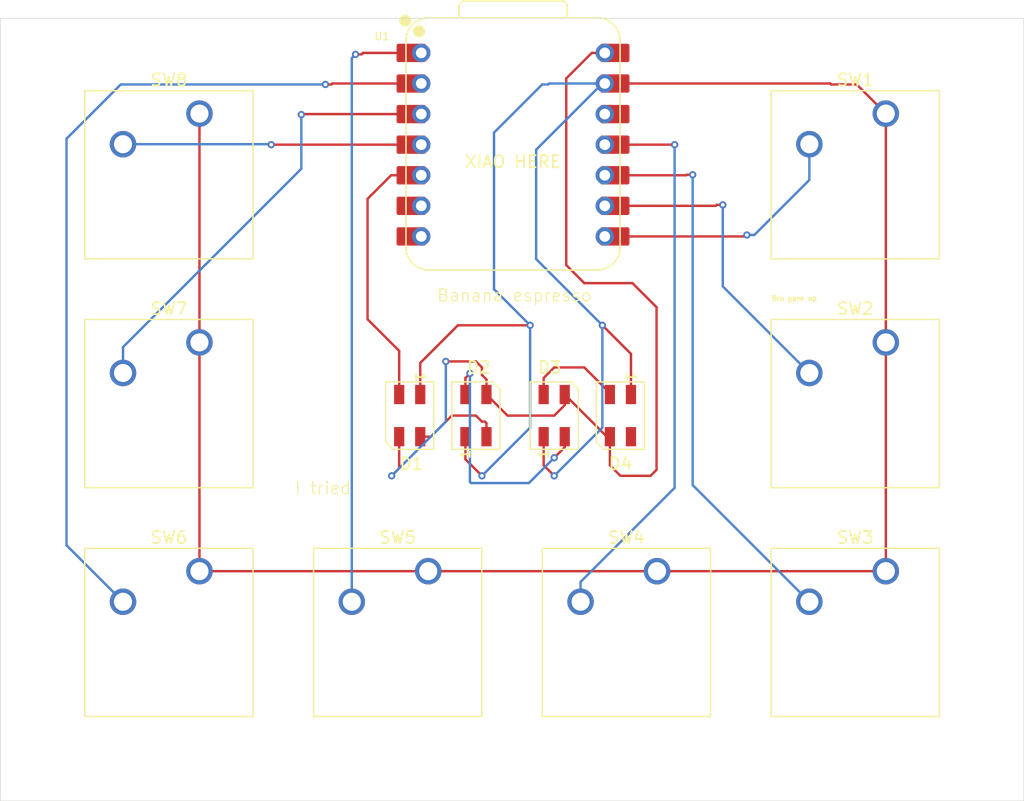
<source format=kicad_pcb>
(kicad_pcb (version 20241229) (generator "pcbnew") (generator_version "9.0")
  (layers (0 "F.Cu" signal) (2 "B.Cu" signal) (13 "F.Paste" user) (15 "B.Paste" user) (5 "F.SilkS" user "F.Silkscreen") (7 "B.SilkS" user "B.Silkscreen") (1 "F.Mask" user) (3 "B.Mask" user) (25 "Edge.Cuts" user))
  (net 0 "")
  (net 1 "Net-(D1-DIN)")
  (net 2 "Net-(D1-DOUT)")
  (net 3 "Net-(D2-DOUT)")
  (net 4 "Net-(D3-DOUT)")
  (net 6 "Net-(U1-GPIO1{slash}RX)")
  (net 7 "GND")
  (net 8 "Net-(U1-GPIO2{slash}SCK)")
  (net 9 "Net-(U1-GPIO4{slash}MISO)")
  (net 10 "Net-(U1-GPIO3{slash}MOSI)")
  (net 11 "Net-(U1-GPIO26{slash}ADC0{slash}A0)")
  (net 12 "Net-(U1-GPIO27{slash}ADC1{slash}A1)")
  (net 13 "Net-(U1-GPIO28{slash}ADC2{slash}A2)")
  (net 14 "Net-(U1-GPIO29{slash}ADC3{slash}A3)")
  (net 17 "+5V")
  (footprint "Button_Switch_Keyboard:SW_Cherry_MX_1.00u_PCB" (layer "F.Cu") (at 116.54 72.92)
    (property "Reference" "SW8" (at -2.54 -2.794 0) (layer "F.SilkS"))
    (property "Value" "SW_Push")
    (fp_line (start -9.525 -1.905) (end 4.445 -1.905) (stroke (width 0.12)) (layer "F.SilkS"))
    (fp_line (start -9.525 12.065) (end -9.525 -1.905) (stroke (width 0.12)) (layer "F.SilkS"))
    (fp_line (start 4.445 -1.905) (end 4.445 12.065) (stroke (width 0.12)) (layer "F.SilkS"))
    (fp_line (start 4.445 12.065) (end -9.525 12.065) (stroke (width 0.12)) (layer "F.SilkS"))
    (pad "" np_thru_hole circle (at -7.62 5.08) (size 1.7 1.7) (drill 1.7) (layers "*.Cu" "*.Mask"))
    (pad "" np_thru_hole circle (at -2.54 5.08) (size 4 4) (drill 4) (layers "*.Cu" "*.Mask"))
    (pad "" np_thru_hole circle (at 2.54 5.08) (size 1.7 1.7) (drill 1.7) (layers "*.Cu" "*.Mask"))
    (pad "1" thru_hole circle (at 0 0) (size 2.2 2.2) (drill 1.5) (layers "*.Cu" "*.Mask") (net 7 "GND"))
    (pad "2" thru_hole circle (at -6.35 2.54) (size 2.2 2.2) (drill 1.5) (layers "*.Cu" "*.Mask") (net 14 "Net-(U1-GPIO29{slash}ADC3{slash}A3)"))
  )
  (footprint "Button_Switch_Keyboard:SW_Cherry_MX_1.00u_PCB" (layer "F.Cu") (at 135.54 110.92)
    (property "Reference" "SW5" (at -2.54 -2.794 0) (layer "F.SilkS"))
    (property "Value" "SW_Push")
    (fp_line (start -9.525 -1.905) (end 4.445 -1.905) (stroke (width 0.12)) (layer "F.SilkS"))
    (fp_line (start -9.525 12.065) (end -9.525 -1.905) (stroke (width 0.12)) (layer "F.SilkS"))
    (fp_line (start 4.445 -1.905) (end 4.445 12.065) (stroke (width 0.12)) (layer "F.SilkS"))
    (fp_line (start 4.445 12.065) (end -9.525 12.065) (stroke (width 0.12)) (layer "F.SilkS"))
    (pad "" np_thru_hole circle (at -7.62 5.08) (size 1.7 1.7) (drill 1.7) (layers "*.Cu" "*.Mask"))
    (pad "" np_thru_hole circle (at -2.54 5.08) (size 4 4) (drill 4) (layers "*.Cu" "*.Mask"))
    (pad "" np_thru_hole circle (at 2.54 5.08) (size 1.7 1.7) (drill 1.7) (layers "*.Cu" "*.Mask"))
    (pad "1" thru_hole circle (at 0 0) (size 2.2 2.2) (drill 1.5) (layers "*.Cu" "*.Mask") (net 7 "GND"))
    (pad "2" thru_hole circle (at -6.35 2.54) (size 2.2 2.2) (drill 1.5) (layers "*.Cu" "*.Mask") (net 11 "Net-(U1-GPIO26{slash}ADC0{slash}A0)"))
  )
  (footprint "Button_Switch_Keyboard:SW_Cherry_MX_1.00u_PCB" (layer "F.Cu") (at 173.54 72.92)
    (property "Reference" "SW1" (at -2.54 -2.794 0) (layer "F.SilkS"))
    (property "Value" "SW_Push")
    (fp_line (start -9.525 -1.905) (end 4.445 -1.905) (stroke (width 0.12)) (layer "F.SilkS"))
    (fp_line (start -9.525 12.065) (end -9.525 -1.905) (stroke (width 0.12)) (layer "F.SilkS"))
    (fp_line (start 4.445 -1.905) (end 4.445 12.065) (stroke (width 0.12)) (layer "F.SilkS"))
    (fp_line (start 4.445 12.065) (end -9.525 12.065) (stroke (width 0.12)) (layer "F.SilkS"))
    (pad "" np_thru_hole circle (at -7.62 5.08) (size 1.7 1.7) (drill 1.7) (layers "*.Cu" "*.Mask"))
    (pad "" np_thru_hole circle (at -2.54 5.08) (size 4 4) (drill 4) (layers "*.Cu" "*.Mask"))
    (pad "" np_thru_hole circle (at 2.54 5.08) (size 1.7 1.7) (drill 1.7) (layers "*.Cu" "*.Mask"))
    (pad "1" thru_hole circle (at 0 0) (size 2.2 2.2) (drill 1.5) (layers "*.Cu" "*.Mask") (net 7 "GND"))
    (pad "2" thru_hole circle (at -6.35 2.54) (size 2.2 2.2) (drill 1.5) (layers "*.Cu" "*.Mask") (net 6 "Net-(U1-GPIO1{slash}RX)"))
  )
  (footprint "LED_SMD:LED_SK6812MINI_PLCC4_3.5x3.5mm_P1.75mm" (layer "F.Cu") (at 139.5 98 90)
    (property "Reference" "D2" (at 4 0.24 0) (layer "F.SilkS"))
    (property "Value" "SK6812" (hide yes))
    (fp_line (start -2.8 -2) (end 2.8 -2) (stroke (width 0.12)) (layer "F.SilkS"))
    (fp_line (start -2.8 -2) (end -2.8 2) (stroke (width 0.12)) (layer "F.SilkS"))
    (fp_line (start 2.8 1.4) (end 2.8 -2) (stroke (width 0.12)) (layer "F.SilkS"))
    (fp_line (start 2.8 1.4) (end 2.2 2) (stroke (width 0.12)) (layer "F.SilkS"))
    (fp_line (start -2.8 2) (end 2.2 2) (stroke (width 0.12)) (layer "F.SilkS"))
    (fp_text user "1" (at -3.2 -0.875 90) (layer "F.SilkS") (effects (font (size 0.8 0.8))))
    (pad "1" smd rect (at -1.75 -0.875 90) (size 1.6 0.85) (layers "F.Cu" "F.Mask" "F.Paste") (net 7 "GND"))
    (pad "2" smd rect (at -1.75 0.875 90) (size 1.6 0.85) (layers "F.Cu" "F.Mask" "F.Paste") (net 2 "Net-(D1-DOUT)"))
    (pad "3" smd rect (at 1.75 0.875 90) (size 1.6 0.85) (layers "F.Cu" "F.Mask" "F.Paste") (net 17 "+5V"))
    (pad "4" smd rect (at 1.75 -0.875 90) (size 1.6 0.85) (layers "F.Cu" "F.Mask" "F.Paste") (net 3 "Net-(D2-DOUT)"))
  )
  (footprint "OPL:XIAO-RP2040-DIP" (layer "F.Cu") (at 142.58 75.5)
    (property "Reference" "U1" (at -10.88 -9 0) (layer "F.SilkS") (effects (font (size 0.635 0.635) (thickness 0.1016))))
    (property "Value" "XIAO-RP2040-DIP")
    (fp_line (start -8.89 8.509) (end -8.89 -8.636) (stroke (width 0.127)) (layer "F.SilkS"))
    (fp_line (start -6.985 10.414) (end 6.985 10.414) (stroke (width 0.127)) (layer "F.SilkS"))
    (fp_line (start -4.495 -10.541) (end -4.491272 -11.451272) (stroke (width 0.127)) (layer "F.SilkS"))
    (fp_line (start -3.991272 -11.951) (end 4.004 -11.951) (stroke (width 0.127)) (layer "F.SilkS"))
    (fp_line (start 4.504 -11.451) (end 4.504 -10.541) (stroke (width 0.127)) (layer "F.SilkS"))
    (fp_line (start 6.985 -10.541) (end -6.985 -10.541) (stroke (width 0.1)) (layer "F.SilkS"))
    (fp_line (start 6.985 -10.541) (end -6.985 -10.541) (stroke (width 0.127)) (layer "F.SilkS"))
    (fp_line (start 8.89 8.509) (end 8.89 -8.636) (stroke (width 0.127)) (layer "F.SilkS"))
    (fp_arc (start -8.89 -8.636) (mid -8.332038 -9.983038) (end -6.985 -10.541) (stroke (width 0.127)) (layer "F.SilkS"))
    (fp_arc (start -6.985 10.414) (mid -8.332038 9.856038) (end -8.89 8.509) (stroke (width 0.127)) (layer "F.SilkS"))
    (fp_arc (start -4.491272 -11.451272) (mid -4.344728 -11.80464) (end -3.991272 -11.951) (stroke (width 0.127)) (layer "F.SilkS"))
    (fp_arc (start 4.004 -11.951) (mid 4.357553 -11.804553) (end 4.504 -11.451) (stroke (width 0.127)) (layer "F.SilkS"))
    (fp_arc (start 6.985 -10.541) (mid 8.332038 -9.983038) (end 8.89 -8.636) (stroke (width 0.127)) (layer "F.SilkS"))
    (fp_arc (start 8.89 8.509) (mid 8.332038 9.856038) (end 6.985 10.414) (stroke (width 0.127)) (layer "F.SilkS"))
    (fp_circle (center -8.95 -10.3) (end -8.95 -10.554) (stroke (width 0.5)) (fill yes) (layer "F.SilkS"))
    (fp_circle (center -7.807 -9.42) (end -7.807 -9.674) (stroke (width 0.5)) (fill yes) (layer "F.SilkS"))
    (pad "1" smd roundrect (at -8.455 -7.62 180) (size 2.432 1.524) (layers "F.Cu" "F.Mask") (roundrect_rratio 0.1) (net 11 "Net-(U1-GPIO26{slash}ADC0{slash}A0)"))
    (pad "1" thru_hole circle (at -7.62 -7.62 180) (size 1.524 1.524) (drill 0.889) (layers "*.Cu" "*.Mask") (net 11 "Net-(U1-GPIO26{slash}ADC0{slash}A0)"))
    (pad "2" smd roundrect (at -8.455 -5.08 180) (size 2.432 1.524) (layers "F.Cu" "F.Mask") (roundrect_rratio 0.1) (net 12 "Net-(U1-GPIO27{slash}ADC1{slash}A1)"))
    (pad "2" thru_hole circle (at -7.62 -5.08 180) (size 1.524 1.524) (drill 0.889) (layers "*.Cu" "*.Mask") (net 12 "Net-(U1-GPIO27{slash}ADC1{slash}A1)"))
    (pad "3" smd roundrect (at -8.455 -2.54 180) (size 2.432 1.524) (layers "F.Cu" "F.Mask") (roundrect_rratio 0.1) (net 13 "Net-(U1-GPIO28{slash}ADC2{slash}A2)"))
    (pad "3" thru_hole circle (at -7.62 -2.54 180) (size 1.524 1.524) (drill 0.889) (layers "*.Cu" "*.Mask") (net 13 "Net-(U1-GPIO28{slash}ADC2{slash}A2)"))
    (pad "4" smd roundrect (at -8.455 0 180) (size 2.432 1.524) (layers "F.Cu" "F.Mask") (roundrect_rratio 0.1) (net 14 "Net-(U1-GPIO29{slash}ADC3{slash}A3)"))
    (pad "4" thru_hole circle (at -7.62 0 180) (size 1.524 1.524) (drill 0.889) (layers "*.Cu" "*.Mask") (net 14 "Net-(U1-GPIO29{slash}ADC3{slash}A3)"))
    (pad "5" smd roundrect (at -8.455 2.54 180) (size 2.432 1.524) (layers "F.Cu" "F.Mask") (roundrect_rratio 0.1) (net 1 "Net-(D1-DIN)"))
    (pad "5" thru_hole circle (at -7.62 2.54 180) (size 1.524 1.524) (drill 0.889) (layers "*.Cu" "*.Mask") (net 1 "Net-(D1-DIN)"))
    (pad "6" smd roundrect (at -8.455 5.08 180) (size 2.432 1.524) (layers "F.Cu" "F.Mask") (roundrect_rratio 0.1))
    (pad "6" thru_hole circle (at -7.62 5.08 180) (size 1.524 1.524) (drill 0.889) (layers "*.Cu" "*.Mask"))
    (pad "7" smd roundrect (at -8.455 7.62 180) (size 2.432 1.524) (layers "F.Cu" "F.Mask") (roundrect_rratio 0.1))
    (pad "7" thru_hole circle (at -7.62 7.62 180) (size 1.524 1.524) (drill 0.889) (layers "*.Cu" "*.Mask"))
    (pad "8" thru_hole circle (at 7.62 7.62) (size 1.524 1.524) (drill 0.889) (layers "*.Cu" "*.Mask") (net 6 "Net-(U1-GPIO1{slash}RX)"))
    (pad "8" smd roundrect (at 8.455 7.62) (size 2.432 1.524) (layers "F.Cu" "F.Mask") (roundrect_rratio 0.1) (net 6 "Net-(U1-GPIO1{slash}RX)"))
    (pad "9" thru_hole circle (at 7.62 5.08) (size 1.524 1.524) (drill 0.889) (layers "*.Cu" "*.Mask") (net 8 "Net-(U1-GPIO2{slash}SCK)"))
    (pad "9" smd roundrect (at 8.455 5.08) (size 2.432 1.524) (layers "F.Cu" "F.Mask") (roundrect_rratio 0.1) (net 8 "Net-(U1-GPIO2{slash}SCK)"))
    (pad "10" thru_hole circle (at 7.62 2.54) (size 1.524 1.524) (drill 0.889) (layers "*.Cu" "*.Mask") (net 9 "Net-(U1-GPIO4{slash}MISO)"))
    (pad "10" smd roundrect (at 8.455 2.54) (size 2.432 1.524) (layers "F.Cu" "F.Mask") (roundrect_rratio 0.1) (net 9 "Net-(U1-GPIO4{slash}MISO)"))
    (pad "11" thru_hole circle (at 7.62 0) (size 1.524 1.524) (drill 0.889) (layers "*.Cu" "*.Mask") (net 10 "Net-(U1-GPIO3{slash}MOSI)"))
    (pad "11" smd roundrect (at 8.455 0) (size 2.432 1.524) (layers "F.Cu" "F.Mask") (roundrect_rratio 0.1) (net 10 "Net-(U1-GPIO3{slash}MOSI)"))
    (pad "12" thru_hole circle (at 7.62 -2.54) (size 1.524 1.524) (drill 0.889) (layers "*.Cu" "*.Mask"))
    (pad "12" smd roundrect (at 8.455 -2.54) (size 2.432 1.524) (layers "F.Cu" "F.Mask") (roundrect_rratio 0.1))
    (pad "13" thru_hole circle (at 7.62 -5.08) (size 1.524 1.524) (drill 0.889) (layers "*.Cu" "*.Mask") (net 7 "GND"))
    (pad "13" smd roundrect (at 8.455 -5.08) (size 2.432 1.524) (layers "F.Cu" "F.Mask") (roundrect_rratio 0.1) (net 7 "GND"))
    (pad "14" thru_hole circle (at 7.62 -7.62) (size 1.524 1.524) (drill 0.889) (layers "*.Cu" "*.Mask") (net 17 "+5V"))
    (pad "14" smd roundrect (at 8.455 -7.62) (size 2.432 1.524) (layers "F.Cu" "F.Mask") (roundrect_rratio 0.1) (net 17 "+5V"))
  )
  (footprint "Button_Switch_Keyboard:SW_Cherry_MX_1.00u_PCB" (layer "F.Cu") (at 116.54 91.92)
    (property "Reference" "SW7" (at -2.54 -2.794 0) (layer "F.SilkS"))
    (property "Value" "SW_Push")
    (fp_line (start -9.525 -1.905) (end 4.445 -1.905) (stroke (width 0.12)) (layer "F.SilkS"))
    (fp_line (start -9.525 12.065) (end -9.525 -1.905) (stroke (width 0.12)) (layer "F.SilkS"))
    (fp_line (start 4.445 -1.905) (end 4.445 12.065) (stroke (width 0.12)) (layer "F.SilkS"))
    (fp_line (start 4.445 12.065) (end -9.525 12.065) (stroke (width 0.12)) (layer "F.SilkS"))
    (pad "" np_thru_hole circle (at -7.62 5.08) (size 1.7 1.7) (drill 1.7) (layers "*.Cu" "*.Mask"))
    (pad "" np_thru_hole circle (at -2.54 5.08) (size 4 4) (drill 4) (layers "*.Cu" "*.Mask"))
    (pad "" np_thru_hole circle (at 2.54 5.08) (size 1.7 1.7) (drill 1.7) (layers "*.Cu" "*.Mask"))
    (pad "1" thru_hole circle (at 0 0) (size 2.2 2.2) (drill 1.5) (layers "*.Cu" "*.Mask") (net 7 "GND"))
    (pad "2" thru_hole circle (at -6.35 2.54) (size 2.2 2.2) (drill 1.5) (layers "*.Cu" "*.Mask") (net 13 "Net-(U1-GPIO28{slash}ADC2{slash}A2)"))
  )
  (footprint "Button_Switch_Keyboard:SW_Cherry_MX_1.00u_PCB" (layer "F.Cu") (at 154.54 110.92)
    (property "Reference" "SW4" (at -2.54 -2.794 0) (layer "F.SilkS"))
    (property "Value" "SW_Push")
    (fp_line (start -9.525 -1.905) (end 4.445 -1.905) (stroke (width 0.12)) (layer "F.SilkS"))
    (fp_line (start -9.525 12.065) (end -9.525 -1.905) (stroke (width 0.12)) (layer "F.SilkS"))
    (fp_line (start 4.445 -1.905) (end 4.445 12.065) (stroke (width 0.12)) (layer "F.SilkS"))
    (fp_line (start 4.445 12.065) (end -9.525 12.065) (stroke (width 0.12)) (layer "F.SilkS"))
    (pad "" np_thru_hole circle (at -7.62 5.08) (size 1.7 1.7) (drill 1.7) (layers "*.Cu" "*.Mask"))
    (pad "" np_thru_hole circle (at -2.54 5.08) (size 4 4) (drill 4) (layers "*.Cu" "*.Mask"))
    (pad "" np_thru_hole circle (at 2.54 5.08) (size 1.7 1.7) (drill 1.7) (layers "*.Cu" "*.Mask"))
    (pad "1" thru_hole circle (at 0 0) (size 2.2 2.2) (drill 1.5) (layers "*.Cu" "*.Mask") (net 7 "GND"))
    (pad "2" thru_hole circle (at -6.35 2.54) (size 2.2 2.2) (drill 1.5) (layers "*.Cu" "*.Mask") (net 10 "Net-(U1-GPIO3{slash}MOSI)"))
  )
  (footprint "LED_SMD:LED_SK6812MINI_PLCC4_3.5x3.5mm_P1.75mm" (layer "F.Cu") (at 151.5 98 -90)
    (property "Reference" "D4" (at 4 0 0) (layer "F.SilkS"))
    (property "Value" "SK6812" (hide yes))
    (fp_line (start -2.8 2) (end 2.2 2) (stroke (width 0.12)) (layer "F.SilkS"))
    (fp_line (start 2.8 1.4) (end 2.2 2) (stroke (width 0.12)) (layer "F.SilkS"))
    (fp_line (start 2.8 1.4) (end 2.8 -2) (stroke (width 0.12)) (layer "F.SilkS"))
    (fp_line (start -2.8 -2) (end -2.8 2) (stroke (width 0.12)) (layer "F.SilkS"))
    (fp_line (start -2.8 -2) (end 2.8 -2) (stroke (width 0.12)) (layer "F.SilkS"))
    (fp_text user "1" (at -3.2 -0.875 270) (layer "F.SilkS") (effects (font (size 0.8 0.8))))
    (pad "1" smd rect (at -1.75 -0.875 270) (size 1.6 0.85) (layers "F.Cu" "F.Mask" "F.Paste") (net 7 "GND"))
    (pad "2" smd rect (at -1.75 0.875 270) (size 1.6 0.85) (layers "F.Cu" "F.Mask" "F.Paste") (net 4 "Net-(D3-DOUT)"))
    (pad "3" smd rect (at 1.75 0.875 270) (size 1.6 0.85) (layers "F.Cu" "F.Mask" "F.Paste") (net 17 "+5V"))
    (pad "4" smd rect (at 1.75 -0.875 270) (size 1.6 0.85) (layers "F.Cu" "F.Mask" "F.Paste"))
  )
  (footprint "LED_SMD:LED_SK6812MINI_PLCC4_3.5x3.5mm_P1.75mm" (layer "F.Cu") (at 134 98 -90)
    (property "Reference" "D1" (at 4 -0.14 0) (layer "F.SilkS"))
    (property "Value" "SK6812" (hide yes))
    (fp_line (start -2.8 2) (end 2.2 2) (stroke (width 0.12)) (layer "F.SilkS"))
    (fp_line (start 2.8 1.4) (end 2.2 2) (stroke (width 0.12)) (layer "F.SilkS"))
    (fp_line (start 2.8 1.4) (end 2.8 -2) (stroke (width 0.12)) (layer "F.SilkS"))
    (fp_line (start -2.8 -2) (end -2.8 2) (stroke (width 0.12)) (layer "F.SilkS"))
    (fp_line (start -2.8 -2) (end 2.8 -2) (stroke (width 0.12)) (layer "F.SilkS"))
    (fp_text user "1" (at -3.2 -0.875 270) (layer "F.SilkS") (effects (font (size 0.8 0.8))))
    (pad "1" smd rect (at -1.75 -0.875 270) (size 1.6 0.85) (layers "F.Cu" "F.Mask" "F.Paste") (net 7 "GND"))
    (pad "2" smd rect (at -1.75 0.875 270) (size 1.6 0.85) (layers "F.Cu" "F.Mask" "F.Paste") (net 1 "Net-(D1-DIN)"))
    (pad "3" smd rect (at 1.75 0.875 270) (size 1.6 0.85) (layers "F.Cu" "F.Mask" "F.Paste") (net 17 "+5V"))
    (pad "4" smd rect (at 1.75 -0.875 270) (size 1.6 0.85) (layers "F.Cu" "F.Mask" "F.Paste") (net 2 "Net-(D1-DOUT)"))
  )
  (footprint "LED_SMD:LED_SK6812MINI_PLCC4_3.5x3.5mm_P1.75mm" (layer "F.Cu") (at 146 98 90)
    (property "Reference" "D3" (at 4 -0.38 0) (layer "F.SilkS"))
    (property "Value" "SK6812" (hide yes))
    (fp_line (start -2.8 -2) (end 2.8 -2) (stroke (width 0.12)) (layer "F.SilkS"))
    (fp_line (start -2.8 -2) (end -2.8 2) (stroke (width 0.12)) (layer "F.SilkS"))
    (fp_line (start 2.8 1.4) (end 2.8 -2) (stroke (width 0.12)) (layer "F.SilkS"))
    (fp_line (start 2.8 1.4) (end 2.2 2) (stroke (width 0.12)) (layer "F.SilkS"))
    (fp_line (start -2.8 2) (end 2.2 2) (stroke (width 0.12)) (layer "F.SilkS"))
    (fp_text user "1" (at -3.2 -0.875 90) (layer "F.SilkS") (effects (font (size 0.8 0.8))))
    (pad "1" smd rect (at -1.75 -0.875 90) (size 1.6 0.85) (layers "F.Cu" "F.Mask" "F.Paste") (net 7 "GND"))
    (pad "2" smd rect (at -1.75 0.875 90) (size 1.6 0.85) (layers "F.Cu" "F.Mask" "F.Paste") (net 3 "Net-(D2-DOUT)"))
    (pad "3" smd rect (at 1.75 0.875 90) (size 1.6 0.85) (layers "F.Cu" "F.Mask" "F.Paste") (net 17 "+5V"))
    (pad "4" smd rect (at 1.75 -0.875 90) (size 1.6 0.85) (layers "F.Cu" "F.Mask" "F.Paste") (net 4 "Net-(D3-DOUT)"))
  )
  (footprint "Button_Switch_Keyboard:SW_Cherry_MX_1.00u_PCB" (layer "F.Cu") (at 173.54 91.92)
    (property "Reference" "SW2" (at -2.54 -2.794 0) (layer "F.SilkS"))
    (property "Value" "SW_Push")
    (fp_line (start -9.525 -1.905) (end 4.445 -1.905) (stroke (width 0.12)) (layer "F.SilkS"))
    (fp_line (start -9.525 12.065) (end -9.525 -1.905) (stroke (width 0.12)) (layer "F.SilkS"))
    (fp_line (start 4.445 -1.905) (end 4.445 12.065) (stroke (width 0.12)) (layer "F.SilkS"))
    (fp_line (start 4.445 12.065) (end -9.525 12.065) (stroke (width 0.12)) (layer "F.SilkS"))
    (pad "" np_thru_hole circle (at -7.62 5.08) (size 1.7 1.7) (drill 1.7) (layers "*.Cu" "*.Mask"))
    (pad "" np_thru_hole circle (at -2.54 5.08) (size 4 4) (drill 4) (layers "*.Cu" "*.Mask"))
    (pad "" np_thru_hole circle (at 2.54 5.08) (size 1.7 1.7) (drill 1.7) (layers "*.Cu" "*.Mask"))
    (pad "1" thru_hole circle (at 0 0) (size 2.2 2.2) (drill 1.5) (layers "*.Cu" "*.Mask") (net 7 "GND"))
    (pad "2" thru_hole circle (at -6.35 2.54) (size 2.2 2.2) (drill 1.5) (layers "*.Cu" "*.Mask") (net 8 "Net-(U1-GPIO2{slash}SCK)"))
  )
  (footprint "Button_Switch_Keyboard:SW_Cherry_MX_1.00u_PCB" (layer "F.Cu") (at 116.54 110.92)
    (property "Reference" "SW6" (at -2.54 -2.794 0) (layer "F.SilkS"))
    (property "Value" "SW_Push")
    (fp_line (start -9.525 -1.905) (end 4.445 -1.905) (stroke (width 0.12)) (layer "F.SilkS"))
    (fp_line (start -9.525 12.065) (end -9.525 -1.905) (stroke (width 0.12)) (layer "F.SilkS"))
    (fp_line (start 4.445 -1.905) (end 4.445 12.065) (stroke (width 0.12)) (layer "F.SilkS"))
    (fp_line (start 4.445 12.065) (end -9.525 12.065) (stroke (width 0.12)) (layer "F.SilkS"))
    (pad "" np_thru_hole circle (at -7.62 5.08) (size 1.7 1.7) (drill 1.7) (layers "*.Cu" "*.Mask"))
    (pad "" np_thru_hole circle (at -2.54 5.08) (size 4 4) (drill 4) (layers "*.Cu" "*.Mask"))
    (pad "" np_thru_hole circle (at 2.54 5.08) (size 1.7 1.7) (drill 1.7) (layers "*.Cu" "*.Mask"))
    (pad "1" thru_hole circle (at 0 0) (size 2.2 2.2) (drill 1.5) (layers "*.Cu" "*.Mask") (net 7 "GND"))
    (pad "2" thru_hole circle (at -6.35 2.54) (size 2.2 2.2) (drill 1.5) (layers "*.Cu" "*.Mask") (net 12 "Net-(U1-GPIO27{slash}ADC1{slash}A1)"))
  )
  (footprint "Button_Switch_Keyboard:SW_Cherry_MX_1.00u_PCB" (layer "F.Cu") (at 173.54 110.92)
    (property "Reference" "SW3" (at -2.54 -2.794 0) (layer "F.SilkS"))
    (property "Value" "SW_Push")
    (fp_line (start -9.525 -1.905) (end 4.445 -1.905) (stroke (width 0.12)) (layer "F.SilkS"))
    (fp_line (start -9.525 12.065) (end -9.525 -1.905) (stroke (width 0.12)) (layer "F.SilkS"))
    (fp_line (start 4.445 -1.905) (end 4.445 12.065) (stroke (width 0.12)) (layer "F.SilkS"))
    (fp_line (start 4.445 12.065) (end -9.525 12.065) (stroke (width 0.12)) (layer "F.SilkS"))
    (pad "" np_thru_hole circle (at -7.62 5.08) (size 1.7 1.7) (drill 1.7) (layers "*.Cu" "*.Mask"))
    (pad "" np_thru_hole circle (at -2.54 5.08) (size 4 4) (drill 4) (layers "*.Cu" "*.Mask"))
    (pad "" np_thru_hole circle (at 2.54 5.08) (size 1.7 1.7) (drill 1.7) (layers "*.Cu" "*.Mask"))
    (pad "1" thru_hole circle (at 0 0) (size 2.2 2.2) (drill 1.5) (layers "*.Cu" "*.Mask") (net 7 "GND"))
    (pad "2" thru_hole circle (at -6.35 2.54) (size 2.2 2.2) (drill 1.5) (layers "*.Cu" "*.Mask") (net 9 "Net-(U1-GPIO4{slash}MISO)"))
  )
  (gr_rect (start 100 65) (end 185 130) (stroke (width 0.05)) (fill no) (layer "Edge.Cuts"))
  (gr_text "Bro gave up" (at 164.015 88.5 0) (layer "F.SilkS") (effects (font (size 0.4 0.4) (thickness 0.1)) (justify left bottom)))
  (gr_text "I tried\n" (at 124.4 104.6 0) (layer "F.SilkS") (effects (font (size 1 1) (thickness 0.1)) (justify left bottom)))
  (gr_text "XIAO HERE\n" (at 138.5 77.5 0) (layer "F.SilkS") (effects (font (size 1 1)) (justify left bottom)))
  (gr_text "Banana espresso\n" (at 136.2 88.6 0) (layer "F.SilkS") (effects (font (size 1 1) (thickness 0.1)) (justify left bottom)))
  (segment (start 132.46 78.04) (end 133.925 78.04) (width 0.2) (layer "F.Cu") (net 1))
  (segment (start 133.125 92.625) (end 130.5 90) (width 0.2) (layer "F.Cu") (net 1))
  (segment (start 133.125 96.25) (end 133.125 92.625) (width 0.2) (layer "F.Cu") (net 1))
  (segment (start 130.5 80) (end 132.46 78.04) (width 0.2) (layer "F.Cu") (net 1))
  (segment (start 130.5 90) (end 130.5 80) (width 0.2) (layer "F.Cu") (net 1))
  (segment (start 137.5 98) (end 139.5 98) (width 0.2) (layer "F.Cu") (net 2))
  (segment (start 139.5 98) (end 140 98.5) (width 0.2) (layer "F.Cu") (net 2))
  (segment (start 140.25 98.5) (end 140.375 98.625) (width 0.2) (layer "F.Cu") (net 2))
  (segment (start 140 98.5) (end 140.25 98.5) (width 0.2) (layer "F.Cu") (net 2))
  (segment (start 135.75 99.75) (end 137.5 98) (width 0.2) (layer "F.Cu") (net 2))
  (segment (start 140.375 98.625) (end 140.375 99.75) (width 0.2) (layer "F.Cu") (net 2))
  (segment (start 134.875 99.75) (end 135.75 99.75) (width 0.2) (layer "F.Cu") (net 2))
  (segment (start 146.875 100.625) (end 146.875 99.75) (width 0.2) (layer "F.Cu") (net 3))
  (segment (start 146 101.5) (end 146.875 100.625) (width 0.2) (layer "F.Cu") (net 3))
  (segment (start 138.625 96.25) (end 138.625 94.875) (width 0.2) (layer "F.Cu") (net 3))
  (segment (start 138.625 94.875) (end 139 94.5) (width 0.2) (layer "F.Cu") (net 3))
  (via (at 139 94.5) (size 0.6) (drill 0.3) (layers "F.Cu" "B.Cu") (net 3))
  (via (at 146 101.5) (size 0.6) (drill 0.3) (layers "F.Cu" "B.Cu") (net 3))
  (segment (start 143.899 103.601) (end 139.101 103.601) (width 0.2) (layer "B.Cu") (net 3))
  (segment (start 146 101.5) (end 143.899 103.601) (width 0.2) (layer "B.Cu") (net 3))
  (segment (start 139 103.5) (end 139 94.5) (width 0.2) (layer "B.Cu") (net 3))
  (segment (start 139.101 103.601) (end 139 103.5) (width 0.2) (layer "B.Cu") (net 3))
  (segment (start 150.625 96.25) (end 150.625 96.125) (width 0.2) (layer "F.Cu") (net 4))
  (segment (start 146 94) (end 145.125 94.875) (width 0.2) (layer "F.Cu") (net 4))
  (segment (start 148.5 94) (end 146 94) (width 0.2) (layer "F.Cu") (net 4))
  (segment (start 145.125 94.875) (end 145.125 96.25) (width 0.2) (layer "F.Cu") (net 4))
  (segment (start 150.625 96.125) (end 148.5 94) (width 0.2) (layer "F.Cu") (net 4))
  (segment (start 150 83.12) (end 161.88 83.12) (width 0.2) (layer "F.Cu") (net 6))
  (segment (start 161.88 83.12) (end 162 83) (width 0.2) (layer "F.Cu") (net 6))
  (via (at 162 83) (size 0.6) (drill 0.3) (layers "F.Cu" "B.Cu") (net 6))
  (segment (start 167.19 78.42847) (end 162.61847 83) (width 0.2) (layer "B.Cu") (net 6))
  (segment (start 167.19 75.46) (end 167.19 78.42847) (width 0.2) (layer "B.Cu") (net 6))
  (segment (start 162.61847 83) (end 162 83) (width 0.2) (layer "B.Cu") (net 6))
  (segment (start 138.625 99.75) (end 138.625 101.625) (width 0.2) (layer "F.Cu") (net 7))
  (segment (start 173.54 110.92) (end 173.54 91.92) (width 0.2) (layer "F.Cu") (net 7))
  (segment (start 168.92 70.42) (end 169 70.5) (width 0.2) (layer "F.Cu") (net 7))
  (segment (start 134.875 96.25) (end 134.875 93.625) (width 0.2) (layer "F.Cu") (net 7))
  (segment (start 150.835 70.42) (end 168.92 70.42) (width 0.2) (layer "F.Cu") (net 7))
  (segment (start 152.375 92.875) (end 150 90.5) (width 0.2) (layer "F.Cu") (net 7))
  (segment (start 116.54 110.92) (end 135.54 110.92) (width 0.2) (layer "F.Cu") (net 7))
  (segment (start 173.54 91.92) (end 173.54 72.92) (width 0.2) (layer "F.Cu") (net 7))
  (segment (start 169 70.5) (end 171.12 70.5) (width 0.2) (layer "F.Cu") (net 7))
  (segment (start 116.54 91.92) (end 116.54 110.92) (width 0.2) (layer "F.Cu") (net 7))
  (segment (start 138.625 101.625) (end 140 103) (width 0.2) (layer "F.Cu") (net 7))
  (segment (start 138 90.5) (end 144 90.5) (width 0.2) (layer "F.Cu") (net 7))
  (segment (start 145.125 102.125) (end 146 103) (width 0.2) (layer "F.Cu") (net 7))
  (segment (start 154.54 110.92) (end 173.54 110.92) (width 0.2) (layer "F.Cu") (net 7))
  (segment (start 145.125 99.75) (end 145.125 102.125) (width 0.2) (layer "F.Cu") (net 7))
  (segment (start 135.54 110.92) (end 154.54 110.92) (width 0.2) (layer "F.Cu") (net 7))
  (segment (start 134.875 93.625) (end 138 90.5) (width 0.2) (layer "F.Cu") (net 7))
  (segment (start 171.12 70.5) (end 173.54 72.92) (width 0.2) (layer "F.Cu") (net 7))
  (segment (start 152.375 96.25) (end 152.375 92.875) (width 0.2) (layer "F.Cu") (net 7))
  (segment (start 116.54 72.92) (end 116.54 91.92) (width 0.2) (layer "F.Cu") (net 7))
  (via (at 144 90.5) (size 0.6) (drill 0.3) (layers "F.Cu" "B.Cu") (net 7))
  (via (at 150 90.5) (size 0.6) (drill 0.3) (layers "F.Cu" "B.Cu") (net 7))
  (via (at 146 103) (size 0.6) (drill 0.3) (layers "F.Cu" "B.Cu") (net 7))
  (via (at 140 103) (size 0.6) (drill 0.3) (layers "F.Cu" "B.Cu") (net 7))
  (segment (start 146 103) (end 150 99) (width 0.2) (layer "B.Cu") (net 7))
  (segment (start 141 74.5) (end 145 70.5) (width 0.2) (layer "B.Cu") (net 7))
  (segment (start 150 99) (end 150 90.5) (width 0.2) (layer "B.Cu") (net 7))
  (segment (start 144.5 75.92) (end 150 70.42) (width 0.2) (layer "B.Cu") (net 7))
  (segment (start 145.5 70.5) (end 145.58 70.42) (width 0.2) (layer "B.Cu") (net 7))
  (segment (start 145 70.5) (end 145.5 70.5) (width 0.2) (layer "B.Cu") (net 7))
  (segment (start 144 90.5) (end 141 87.5) (width 0.2) (layer "B.Cu") (net 7))
  (segment (start 144.5 85) (end 144.5 75.92) (width 0.2) (layer "B.Cu") (net 7))
  (segment (start 140 103) (end 144 99) (width 0.2) (layer "B.Cu") (net 7))
  (segment (start 145.58 70.42) (end 150 70.42) (width 0.2) (layer "B.Cu") (net 7))
  (segment (start 141 87.5) (end 141 74.5) (width 0.2) (layer "B.Cu") (net 7))
  (segment (start 150 90.5) (end 144.5 85) (width 0.2) (layer "B.Cu") (net 7))
  (segment (start 144 99) (end 144 90.5) (width 0.2) (layer "B.Cu") (net 7))
  (segment (start 159.42 80.58) (end 150 80.58) (width 0.2) (layer "F.Cu") (net 8))
  (segment (start 159.5 80.5) (end 159.42 80.58) (width 0.2) (layer "F.Cu") (net 8))
  (segment (start 160 80.5) (end 159.5 80.5) (width 0.2) (layer "F.Cu") (net 8))
  (via (at 160 80.5) (size 0.6) (drill 0.3) (layers "F.Cu" "B.Cu") (net 8))
  (segment (start 160 87.27) (end 160 80.5) (width 0.2) (layer "B.Cu") (net 8))
  (segment (start 167.19 94.46) (end 160 87.27) (width 0.2) (layer "B.Cu") (net 8))
  (segment (start 156.96 78.04) (end 150 78.04) (width 0.2) (layer "F.Cu") (net 9))
  (segment (start 157 78) (end 156.96 78.04) (width 0.2) (layer "F.Cu") (net 9))
  (segment (start 157.5 78) (end 157 78) (width 0.2) (layer "F.Cu") (net 9))
  (via (at 157.5 78) (size 0.6) (drill 0.3) (layers "F.Cu" "B.Cu") (net 9))
  (segment (start 167.19 113.46) (end 157.5 103.77) (width 0.2) (layer "B.Cu") (net 9))
  (segment (start 157.5 103.77) (end 157.5 78) (width 0.2) (layer "B.Cu") (net 9))
  (segment (start 156 75.5) (end 150 75.5) (width 0.2) (layer "F.Cu") (net 10))
  (via (at 156 75.5) (size 0.6) (drill 0.3) (layers "F.Cu" "B.Cu") (net 10))
  (segment (start 148.19 113.46) (end 148.19 111.81) (width 0.2) (layer "B.Cu") (net 10))
  (segment (start 148.19 111.81) (end 156 104) (width 0.2) (layer "B.Cu") (net 10))
  (segment (start 156 104) (end 156 75.5) (width 0.2) (layer "B.Cu") (net 10))
  (segment (start 129.5 68) (end 130 68) (width 0.2) (layer "F.Cu") (net 11))
  (segment (start 130 68) (end 130.12 67.88) (width 0.2) (layer "F.Cu") (net 11))
  (segment (start 130.12 67.88) (end 134.76 67.88) (width 0.2) (layer "F.Cu") (net 11))
  (via (at 129.5 68) (size 0.6) (drill 0.3) (layers "F.Cu" "B.Cu") (net 11))
  (segment (start 129.19 113.46) (end 129.19 68.31) (width 0.2) (layer "B.Cu") (net 11))
  (segment (start 129.19 68.31) (end 129.5 68) (width 0.2) (layer "B.Cu") (net 11))
  (segment (start 127.58 70.42) (end 134.76 70.42) (width 0.2) (layer "F.Cu") (net 12))
  (segment (start 127.5 70.5) (end 127.58 70.42) (width 0.2) (layer "F.Cu") (net 12))
  (segment (start 127 70.5) (end 127.5 70.5) (width 0.2) (layer "F.Cu") (net 12))
  (via (at 127 70.5) (size 0.6) (drill 0.3) (layers "F.Cu" "B.Cu") (net 12))
  (segment (start 105.5 75) (end 110 70.5) (width 0.2) (layer "B.Cu") (net 12))
  (segment (start 105.5 108.77) (end 105.5 75) (width 0.2) (layer "B.Cu") (net 12))
  (segment (start 110 70.5) (end 127 70.5) (width 0.2) (layer "B.Cu") (net 12))
  (segment (start 110.19 113.46) (end 105.5 108.77) (width 0.2) (layer "B.Cu") (net 12))
  (segment (start 125 73) (end 125.04 72.96) (width 0.2) (layer "F.Cu") (net 13))
  (segment (start 125.04 72.96) (end 133.925 72.96) (width 0.2) (layer "F.Cu") (net 13))
  (via (at 125 73) (size 0.6) (drill 0.3) (layers "F.Cu" "B.Cu") (net 13))
  (segment (start 110.19 94.46) (end 110.19 92.31) (width 0.2) (layer "B.Cu") (net 13))
  (segment (start 110.19 92.31) (end 125 77.5) (width 0.2) (layer "B.Cu") (net 13))
  (segment (start 125 77.5) (end 125 73) (width 0.2) (layer "B.Cu") (net 13))
  (segment (start 122.5 75.5) (end 133.925 75.5) (width 0.2) (layer "F.Cu") (net 14))
  (via (at 122.5 75.5) (size 0.6) (drill 0.3) (layers "F.Cu" "B.Cu") (net 14))
  (segment (start 110.19 75.46) (end 122.46 75.46) (width 0.2) (layer "B.Cu") (net 14))
  (segment (start 122.46 75.46) (end 122.5 75.5) (width 0.2) (layer "B.Cu") (net 14))
  (segment (start 140 94) (end 140 94.625) (width 0.2) (layer "F.Cu") (net 17))
  (segment (start 146.875 96.25) (end 150.375 99.75) (width 0.2) (layer "F.Cu") (net 17))
  (segment (start 146.875 96.25) (end 146.875 97.125) (width 0.2) (layer "F.Cu") (net 17))
  (segment (start 154.5 89) (end 152.5 87) (width 0.2) (layer "F.Cu") (net 17))
  (segment (start 133.125 102.375) (end 132.5 103) (width 0.2) (layer "F.Cu") (net 17))
  (segment (start 154 103) (end 154.5 102.5) (width 0.2) (layer "F.Cu") (net 17))
  (segment (start 137 93.5) (end 139.5 93.5) (width 0.2) (layer "F.Cu") (net 17))
  (segment (start 149.12 67.88) (end 150.2 67.88) (width 0.2) (layer "F.Cu") (net 17))
  (segment (start 147 85.5) (end 147 70) (width 0.2) (layer "F.Cu") (net 17))
  (segment (start 146 98) (end 142.125 98) (width 0.2) (layer "F.Cu") (net 17))
  (segment (start 150.625 99.75) (end 150.625 102.125) (width 0.2) (layer "F.Cu") (net 17))
  (segment (start 151.5 103) (end 154 103) (width 0.2) (layer "F.Cu") (net 17))
  (segment (start 140 94.625) (end 140.375 95) (width 0.2) (layer "F.Cu") (net 17))
  (segment (start 140.375 95) (end 140.375 96.25) (width 0.2) (layer "F.Cu") (net 17))
  (segment (start 133.125 99.75) (end 133.125 102.375) (width 0.2) (layer "F.Cu") (net 17))
  (segment (start 150.625 102.125) (end 151.5 103) (width 0.2) (layer "F.Cu") (net 17))
  (segment (start 139.5 93.5) (end 140 94) (width 0.2) (layer "F.Cu") (net 17))
  (segment (start 146.875 97.125) (end 146 98) (width 0.2) (layer "F.Cu") (net 17))
  (segment (start 152.5 87) (end 148.5 87) (width 0.2) (layer "F.Cu") (net 17))
  (segment (start 147 70) (end 149.12 67.88) (width 0.2) (layer "F.Cu") (net 17))
  (segment (start 148.5 87) (end 147 85.5) (width 0.2) (layer "F.Cu") (net 17))
  (segment (start 150.375 99.75) (end 150.625 99.75) (width 0.2) (layer "F.Cu") (net 17))
  (segment (start 154.5 102.5) (end 154.5 89) (width 0.2) (layer "F.Cu") (net 17))
  (segment (start 142.125 98) (end 140.375 96.25) (width 0.2) (layer "F.Cu") (net 17))
  (via (at 137 93.5) (size 0.6) (drill 0.3) (layers "F.Cu" "B.Cu") (net 17))
  (via (at 132.5 103) (size 0.6) (drill 0.3) (layers "F.Cu" "B.Cu") (net 17))
  (segment (start 132.5 103) (end 137 98.5) (width 0.2) (layer "B.Cu") (net 17))
  (segment (start 137 98.5) (end 137 93.5) (width 0.2) (layer "B.Cu") (net 17))
)
</source>
